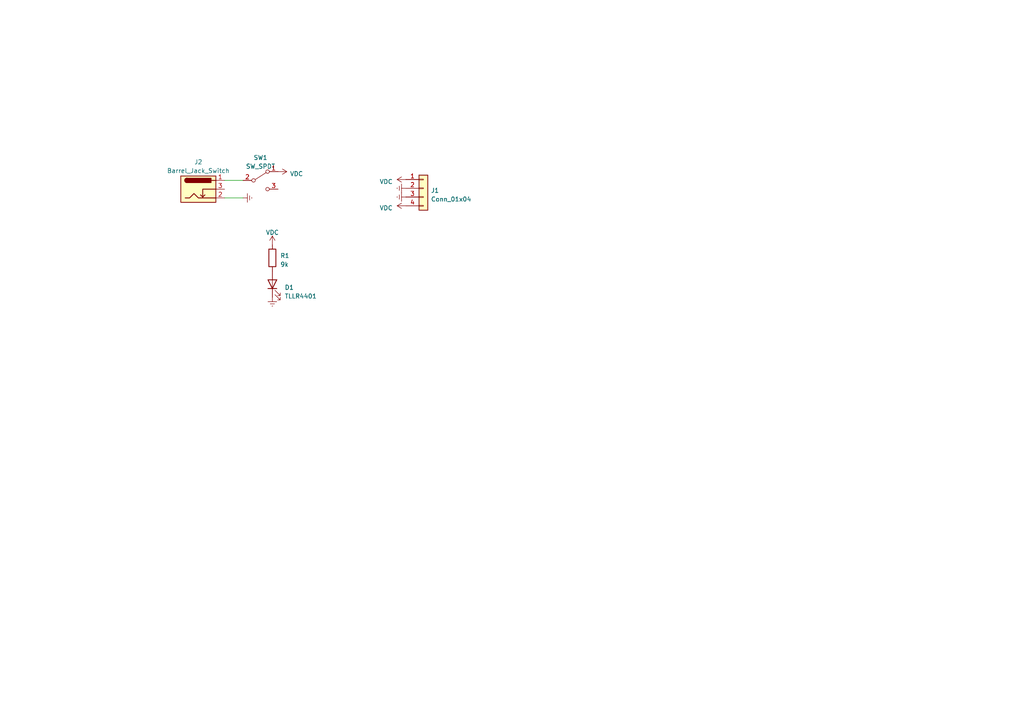
<source format=kicad_sch>
(kicad_sch (version 20230121) (generator eeschema)
  (paper "A4")
  (lib_symbols
    (symbol "Connector:Barrel_Jack_Switch" (pin_names hide)
      (property "Reference" "J" (at 0 5.334 0))
      (property "Value" "Barrel_Jack_Switch" (at 0 -5.08 0))
      (symbol "Barrel_Jack_Switch_0_1"
        (rectangle (start -5.08 3.81) (end 5.08 -3.81) (stroke (width 0.254)) (fill (type background)))
        (arc (start -3.302 3.175) (mid -3.9343 2.54) (end -3.302 1.905) (stroke (width 0.254)))
        (arc (start -3.302 3.175) (mid -3.9343 2.54) (end -3.302 1.905) (stroke (width 0.254)) (fill (type outline)))
        (polyline (pts (xy 1.27 -2.286) (xy 1.905 -1.651)) (stroke (width 0.254)))
        (polyline (pts (xy 5.08 2.54) (xy 3.81 2.54)) (stroke (width 0.254)))
        (polyline (pts (xy 5.08 0) (xy 1.27 0) (xy 1.27 -2.286) (xy 0.635 -1.651)) (stroke (width 0.254)))
        (polyline (pts (xy -3.81 -2.54) (xy -2.54 -2.54) (xy -1.27 -1.27) (xy 0 -2.54) (xy 2.54 -2.54) (xy 5.08 -2.54)) (stroke (width 0.254)))
        (rectangle (start 3.683 3.175) (end -3.302 1.905) (stroke (width 0.254)) (fill (type outline)))
      )
      (symbol "Barrel_Jack_Switch_1_1"
        (pin passive line (at 7.62 2.54 180) (length 2.54) (name "~") (number "1"))
        (pin passive line (at 7.62 -2.54 180) (length 2.54) (name "~") (number "2"))
        (pin passive line (at 7.62 0 180) (length 2.54) (name "~") (number "3"))
      )
    )
    (symbol "Connector_Generic:Conn_01x04" (pin_names (offset 1.016) hide)
      (property "Reference" "J" (at 0 5.08 0))
      (property "Value" "Conn_01x04" (at 0 -7.62 0))
      (symbol "Conn_01x04_1_1"
        (rectangle (start -1.27 -4.953) (end 0 -5.207) (stroke (width 0.1524)))
        (rectangle (start -1.27 -2.413) (end 0 -2.667) (stroke (width 0.1524)))
        (rectangle (start -1.27 0.127) (end 0 -0.127) (stroke (width 0.1524)))
        (rectangle (start -1.27 2.667) (end 0 2.413) (stroke (width 0.1524)))
        (rectangle (start -1.27 3.81) (end 1.27 -6.35) (stroke (width 0.254)) (fill (type background)))
        (pin passive line (at -5.08 2.54 0) (length 3.81) (name "Pin_1") (number "1"))
        (pin passive line (at -5.08 0 0) (length 3.81) (name "Pin_2") (number "2"))
        (pin passive line (at -5.08 -2.54 0) (length 3.81) (name "Pin_3") (number "3"))
        (pin passive line (at -5.08 -5.08 0) (length 3.81) (name "Pin_4") (number "4"))
      )
    )
    (symbol "Device:LED" (pin_numbers hide) (pin_names (offset 1.016) hide)
      (property "Reference" "D" (at 0 2.54 0))
      (property "Value" "LED" (at 0 -2.54 0))
      (symbol "LED_0_1"
        (polyline (pts (xy -1.27 -1.27) (xy -1.27 1.27)) (stroke (width 0.254)))
        (polyline (pts (xy -1.27 0) (xy 1.27 0)))
        (polyline (pts (xy 1.27 -1.27) (xy 1.27 1.27) (xy -1.27 0) (xy 1.27 -1.27)) (stroke (width 0.254)))
        (polyline (pts (xy -3.048 -0.762) (xy -4.572 -2.286) (xy -3.81 -2.286) (xy -4.572 -2.286) (xy -4.572 -1.524)))
        (polyline (pts (xy -1.778 -0.762) (xy -3.302 -2.286) (xy -2.54 -2.286) (xy -3.302 -2.286) (xy -3.302 -1.524)))
      )
      (symbol "LED_1_1"
        (pin passive line (at -3.81 0 0) (length 2.54) (name "K") (number "1"))
        (pin passive line (at 3.81 0 180) (length 2.54) (name "A") (number "2"))
      )
    )
    (symbol "Device:R" (pin_numbers hide) (pin_names (offset 0))
      (property "Reference" "R" (at 2.032 0 90))
      (property "Value" "R" (at 0 0 90))
      (symbol "R_0_1"
        (rectangle (start -1.016 -2.54) (end 1.016 2.54) (stroke (width 0.254)))
      )
      (symbol "R_1_1"
        (pin passive line (at 0 3.81 270) (length 1.27) (name "~") (number "1"))
        (pin passive line (at 0 -3.81 90) (length 1.27) (name "~") (number "2"))
      )
    )
    (symbol "Switch:SW_SPDT" (pin_names (offset 0) hide)
      (property "Reference" "SW" (at 0 4.318 0))
      (property "Value" "SW_SPDT" (at 0 -5.08 0))
      (symbol "SW_SPDT_0_0"
        (circle (center -2.032 0) (radius 0.508))
        (circle (center 2.032 -2.54) (radius 0.508))
      )
      (symbol "SW_SPDT_0_1"
        (polyline (pts (xy -1.524 0.254) (xy 1.651 2.286)))
        (circle (center 2.032 2.54) (radius 0.508))
      )
      (symbol "SW_SPDT_1_1"
        (pin passive line (at 5.08 2.54 180) (length 2.54) (name "A") (number "1"))
        (pin passive line (at -5.08 0 0) (length 2.54) (name "B") (number "2"))
        (pin passive line (at 5.08 -2.54 180) (length 2.54) (name "C") (number "3"))
      )
    )
    (symbol "power:Earth" (power) (pin_names (offset 0))
      (symbol "Earth_0_1"
        (polyline (pts (xy -0.635 -1.905) (xy 0.635 -1.905)))
        (polyline (pts (xy -0.127 -2.54) (xy 0.127 -2.54)))
        (polyline (pts (xy 0 -1.27) (xy 0 0)))
        (polyline (pts (xy 1.27 -1.27) (xy -1.27 -1.27)))
      )
      (symbol "Earth_1_1"
        (pin power_in line (at 0 0 270) (length 0) hide (name "Earth") (number "1"))
      )
    )
    (symbol "power:VDC" (power) (pin_names (offset 0))
      (property "Value" "VDC" (at 0 6.35 0))
      (symbol "VDC_0_1"
        (polyline (pts (xy -0.762 1.27) (xy 0 2.54)))
        (polyline (pts (xy 0 0) (xy 0 2.54)))
        (polyline (pts (xy 0 2.54) (xy 0.762 1.27)))
      )
      (symbol "VDC_1_1"
        (pin power_in line (at 0 0 90) (length 0) hide (name "VDC") (number "1"))
      )
    )
  )
  (wire (pts (xy 65.151 57.404) (xy 70.485 57.404)))
  (wire (pts (xy 65.151 52.324) (xy 70.485 52.324)))
  (symbol (lib_id "Device:R") (at 78.994 74.803 0) (unit 1)
    (property "Reference" "R1" (at 81.28 74.168 0) (effects (justify left)))
    (property "Value" "9k" (at 81.28 76.708 0) (effects (justify left)))
    (property "Footprint" "Resistor_THT:R_Axial_DIN0207_L6.3mm_D2.5mm_P7.62mm_Horizontal" (effects hide))
  )
  (symbol (lib_id "power:Earth") (at 117.729 54.61 270) (unit 1)
    (property "Reference" "#PWR02" (effects hide))
    (property "Value" "Earth" (effects hide))
  )
  (symbol (lib_id "power:VDC") (at 117.729 52.07 90) (unit 1)
    (property "Reference" "#PWR01" (effects hide))
    (property "Value" "VDC" (at 113.919 52.705 90) (effects (justify left)))
  )
  (symbol (lib_id "Connector_Generic:Conn_01x04") (at 122.809 54.61 0) (unit 1)
    (property "Reference" "J1" (at 124.968 55.245 0) (effects (justify left)))
    (property "Value" "Conn_01x04" (at 124.968 57.785 0) (effects (justify left)))
    (property "Footprint" "Pale Slim Ghost:Molex_KK-254_AE-6410-04A_1x04_P2.54mm_Horizontal" (effects hide))
  )
  (symbol (lib_id "power:VDC") (at 80.645 49.784 270) (unit 1)
    (property "Reference" "#PWR05" (effects hide))
    (property "Value" "VDC" (at 84.074 50.419 90) (effects (justify left)))
  )
  (symbol (lib_id "power:Earth") (at 117.729 57.15 270) (unit 1)
    (property "Reference" "#PWR03" (effects hide))
    (property "Value" "Earth" (effects hide))
  )
  (symbol (lib_id "power:VDC") (at 117.729 59.69 90) (unit 1)
    (property "Reference" "#PWR04" (effects hide))
    (property "Value" "VDC" (at 113.919 60.325 90) (effects (justify left)))
  )
  (symbol (lib_id "Device:LED") (at 78.994 82.423 90) (unit 1)
    (property "Reference" "D1" (at 82.55 83.3755 90) (effects (justify right)))
    (property "Value" "TLLR4401" (at 82.55 85.9155 90) (effects (justify right)))
    (property "Footprint" "LED_THT:LED_D3.0mm" (effects hide))
  )
  (symbol (lib_id "power:Earth") (at 70.485 57.404 90) (unit 1)
    (property "Reference" "#PWR06" (effects hide))
    (property "Value" "Earth" (effects hide))
  )
  (symbol (lib_id "Switch:SW_SPDT") (at 75.565 52.324 0) (unit 1)
    (property "Reference" "SW1" (at 75.565 45.72 0))
    (property "Value" "SW_SPDT" (at 75.565 48.26 0))
    (property "Footprint" "Pale Slim Ghost:Sub Mini Toggle Switch SPDT" (effects hide))
  )
  (symbol (lib_id "power:Earth") (at 78.994 86.233 0) (unit 1)
    (property "Reference" "#PWR08" (effects hide))
    (property "Value" "Earth" (effects hide))
  )
  (symbol (lib_id "Connector:Barrel_Jack_Switch") (at 57.531 54.864 0) (unit 1)
    (property "Reference" "J2" (at 57.531 46.99 0))
    (property "Value" "Barrel_Jack_Switch" (at 57.531 49.53 0))
    (property "Footprint" "Pale Slim Ghost:CUI_PJ-064B" (effects hide))
  )
  (symbol (lib_id "power:VDC") (at 78.994 70.993 0) (unit 1)
    (property "Reference" "#PWR07" (effects hide))
    (property "Value" "VDC" (at 78.994 67.437 0))
  )
)
</source>
